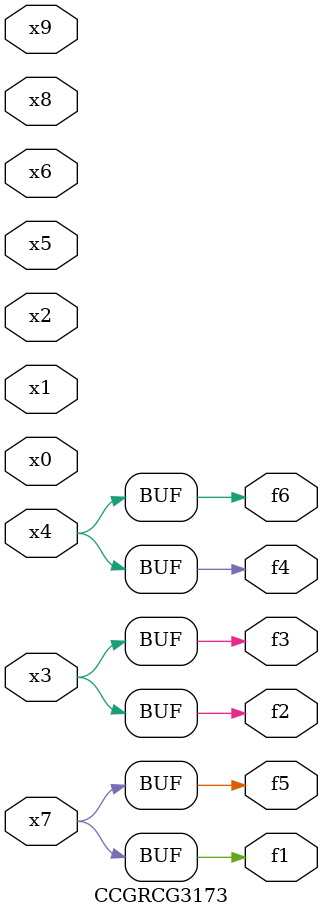
<source format=v>
module CCGRCG3173(
	input x0, x1, x2, x3, x4, x5, x6, x7, x8, x9,
	output f1, f2, f3, f4, f5, f6
);
	assign f1 = x7;
	assign f2 = x3;
	assign f3 = x3;
	assign f4 = x4;
	assign f5 = x7;
	assign f6 = x4;
endmodule

</source>
